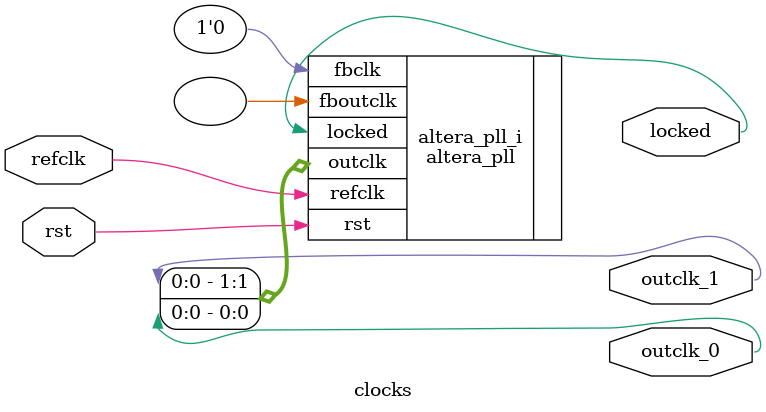
<source format=v>
/**
  Generate two clocks.
  --
  For Terasic Cyclone V GX Starter Kit.
  --
  (c) 2022 Gray, gray@grayraven.org
  https://oberon-rts.org/licences
**/

`timescale 1ns / 1ps
`default_nettype none

module  clocks (
	input refclk,
	input rst,
	output outclk_0,
	output outclk_1,
	output locked
);

	altera_pll #(
		.fractional_vco_multiplier("false"),
		.reference_clock_frequency("50.0 MHz"),
		.operation_mode("normal"),
		.number_of_clocks(2),
		.output_clock_frequency0("40.000000 MHz"),
		.phase_shift0("0 ps"),
		.duty_cycle0(50),
		.output_clock_frequency1("80.000000 MHz"),
		.phase_shift1("0 ps"),
		.duty_cycle1(50),
		.output_clock_frequency2("0 MHz"),
		.phase_shift2("0 ps"),
		.duty_cycle2(50),
		.output_clock_frequency3("0 MHz"),
		.phase_shift3("0 ps"),
		.duty_cycle3(50),
		.output_clock_frequency4("0 MHz"),
		.phase_shift4("0 ps"),
		.duty_cycle4(50),
		.output_clock_frequency5("0 MHz"),
		.phase_shift5("0 ps"),
		.duty_cycle5(50),
		.output_clock_frequency6("0 MHz"),
		.phase_shift6("0 ps"),
		.duty_cycle6(50),
		.output_clock_frequency7("0 MHz"),
		.phase_shift7("0 ps"),
		.duty_cycle7(50),
		.output_clock_frequency8("0 MHz"),
		.phase_shift8("0 ps"),
		.duty_cycle8(50),
		.output_clock_frequency9("0 MHz"),
		.phase_shift9("0 ps"),
		.duty_cycle9(50),
		.output_clock_frequency10("0 MHz"),
		.phase_shift10("0 ps"),
		.duty_cycle10(50),
		.output_clock_frequency11("0 MHz"),
		.phase_shift11("0 ps"),
		.duty_cycle11(50),
		.output_clock_frequency12("0 MHz"),
		.phase_shift12("0 ps"),
		.duty_cycle12(50),
		.output_clock_frequency13("0 MHz"),
		.phase_shift13("0 ps"),
		.duty_cycle13(50),
		.output_clock_frequency14("0 MHz"),
		.phase_shift14("0 ps"),
		.duty_cycle14(50),
		.output_clock_frequency15("0 MHz"),
		.phase_shift15("0 ps"),
		.duty_cycle15(50),
		.output_clock_frequency16("0 MHz"),
		.phase_shift16("0 ps"),
		.duty_cycle16(50),
		.output_clock_frequency17("0 MHz"),
		.phase_shift17("0 ps"),
		.duty_cycle17(50),
		.pll_type("General"),
		.pll_subtype("General")
	) altera_pll_i (
		.rst	(rst),
		.outclk	({outclk_1, outclk_0}),
		.locked	(locked),
		.fboutclk	( ),
		.fbclk	(1'b0),
		.refclk	(refclk)
	);
  
endmodule

`resetall


</source>
